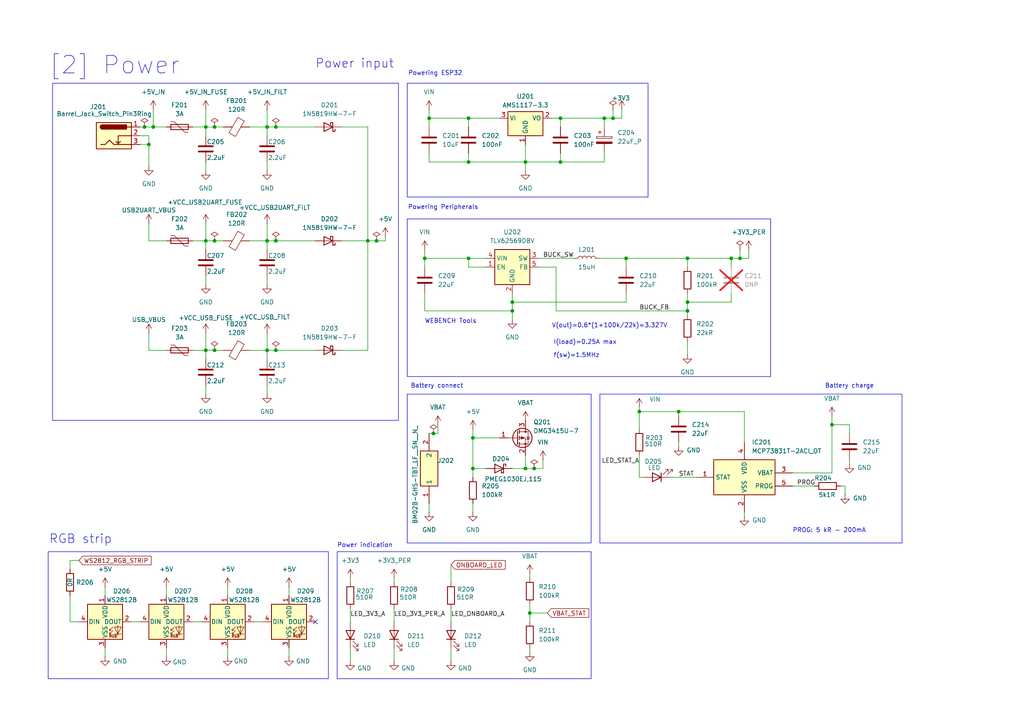
<source format=kicad_sch>
(kicad_sch (version 20250114) (generator "eeschema") (generator_version "9.0")
  (paper "A4")
  (rectangle (start 173.99 114.3) (end 261.62 157.48))
  (rectangle (start 118.11 63.5) (end 223.52 109.22))
  (rectangle (start 13.97 160.02) (end 95.25 196.85))
  (rectangle (start 118.11 24.13) (end 187.96 57.15))
  (rectangle (start 15.24 24.13) (end 115.57 121.92))
  (rectangle (start 97.79 160.02) (end 171.45 196.85))
  (rectangle (start 118.11 114.3) (end 171.45 157.48))
  (text "[2] Power" (at 33.274 19.05 0) (effects (font (size 5.08 5.08))))
  (text "Power indication" (at 97.79 158.242 0) (effects (font (size 1.27 1.27)) (justify left)))
  (text "RGB strip" (at 23.368 156.464 0) (effects (font (size 2.54 2.54))))
  (text "I(load)=0.25A max" (at 160.528 100.076 0) (effects (font (size 1.27 1.27)) (justify left bottom)))
  (text "Power input" (at 102.87 18.542 0) (effects (font (size 2.54 2.54))))
  (text "f(sw)=1.5MHz" (at 160.528 103.886 0) (effects (font (size 1.27 1.27)) (justify left bottom)))
  (text "Battery connect" (at 126.746 112.014 0) (effects (font (size 1.27 1.27))))
  (text "WEBENCH Tools" (at 123.19 93.98 0) (effects (font (size 1.27 1.27)) (justify left bottom)))
  (text "PROG: 5 kR - 200mA" (at 240.538 153.924 0) (effects (font (size 1.27 1.27))))
  (text "V(out)=0.6*(1+100k/22k)=3.327V" (at 160.02 95.25 0) (effects (font (size 1.27 1.27)) (justify left bottom)))
  (text "Powering ESP32" (at 126.238 21.336 0) (effects (font (size 1.27 1.27))))
  (text "Battery charge" (at 246.38 112.014 0) (effects (font (size 1.27 1.27))))
  (text "Powering Peripherals" (at 128.524 60.198 0) (effects (font (size 1.27 1.27))))
  (junction (at 125.73 125.73))
  (junction (at 162.56 46.99))
  (junction (at 62.23 101.6))
  (junction (at 106.68 69.85))
  (junction (at 109.22 69.85))
  (junction (at 59.69 69.85))
  (junction (at 62.23 36.83))
  (junction (at 123.19 74.93))
  (junction (at 137.16 127))
  (junction (at 199.39 74.93))
  (junction (at 177.8 34.29))
  (junction (at 137.16 135.89))
  (junction (at 152.4 46.99))
  (junction (at 175.26 34.29))
  (junction (at 62.23 69.85))
  (junction (at 154.94 135.89))
  (junction (at 135.89 34.29))
  (junction (at 214.63 74.93))
  (junction (at 44.45 36.83))
  (junction (at 77.47 101.6))
  (junction (at 80.01 36.83))
  (junction (at 43.18 41.91))
  (junction (at 199.39 87.63))
  (junction (at 135.89 46.99))
  (junction (at 135.89 74.93))
  (junction (at 80.01 69.85))
  (junction (at 124.46 34.29))
  (junction (at 41.91 36.83))
  (junction (at 59.69 101.6))
  (junction (at 241.3 123.19))
  (junction (at 199.39 90.17))
  (junction (at 152.4 135.89))
  (junction (at 77.47 69.85))
  (junction (at 148.59 87.63))
  (junction (at 196.85 119.38))
  (junction (at 162.56 34.29))
  (junction (at 77.47 36.83))
  (junction (at 148.59 90.17))
  (junction (at 59.69 36.83))
  (junction (at 153.67 177.8))
  (junction (at 212.09 74.93))
  (junction (at 185.42 119.38))
  (junction (at 80.01 101.6))
  (junction (at 181.61 74.93))
  (no_connect (at 91.44 180.34))
  (wire (pts (xy 59.69 80.01) (xy 59.69 82.55)))
  (wire (pts (xy 72.39 69.85) (xy 77.47 69.85)))
  (wire (pts (xy 246.38 125.73) (xy 246.38 123.19)))
  (wire (pts (xy 40.64 39.37) (xy 43.18 39.37)))
  (wire (pts (xy 77.47 36.83) (xy 80.01 36.83)))
  (wire (pts (xy 135.89 74.93) (xy 140.97 74.93)))
  (wire (pts (xy 43.18 39.37) (xy 43.18 41.91)))
  (wire (pts (xy 124.46 125.73) (xy 125.73 125.73)))
  (wire (pts (xy 199.39 99.06) (xy 199.39 102.87)))
  (wire (pts (xy 59.69 64.77) (xy 59.69 69.85)))
  (wire (pts (xy 99.06 69.85) (xy 106.68 69.85)))
  (wire (pts (xy 229.87 140.97) (xy 236.22 140.97)))
  (wire (pts (xy 77.47 36.83) (xy 77.47 39.37)))
  (wire (pts (xy 77.47 31.75) (xy 77.47 36.83)))
  (wire (pts (xy 59.69 96.52) (xy 59.69 101.6)))
  (wire (pts (xy 43.18 64.77) (xy 43.18 69.85)))
  (wire (pts (xy 59.69 31.75) (xy 59.69 36.83)))
  (wire (pts (xy 127 125.73) (xy 127 123.19)))
  (wire (pts (xy 185.42 132.08) (xy 185.42 138.43)))
  (wire (pts (xy 106.68 36.83) (xy 106.68 69.85)))
  (wire (pts (xy 175.26 36.83) (xy 175.26 34.29)))
  (wire (pts (xy 20.32 180.34) (xy 22.86 180.34)))
  (wire (pts (xy 153.67 166.37) (xy 153.67 167.64)))
  (wire (pts (xy 99.06 101.6) (xy 106.68 101.6)))
  (wire (pts (xy 101.6 187.96) (xy 101.6 191.77)))
  (wire (pts (xy 199.39 87.63) (xy 212.09 87.63)))
  (wire (pts (xy 175.26 44.45) (xy 175.26 46.99)))
  (wire (pts (xy 148.59 87.63) (xy 148.59 85.09)))
  (wire (pts (xy 66.04 170.18) (xy 66.04 172.72)))
  (wire (pts (xy 130.81 163.83) (xy 130.81 168.91)))
  (wire (pts (xy 62.23 36.83) (xy 64.77 36.83)))
  (wire (pts (xy 43.18 69.85) (xy 48.26 69.85)))
  (wire (pts (xy 20.32 162.56) (xy 22.86 162.56)))
  (wire (pts (xy 177.8 31.75) (xy 177.8 34.29)))
  (wire (pts (xy 214.63 74.93) (xy 214.63 72.39)))
  (wire (pts (xy 215.9 119.38) (xy 196.85 119.38)))
  (wire (pts (xy 199.39 90.17) (xy 199.39 91.44)))
  (wire (pts (xy 80.01 101.6) (xy 91.44 101.6)))
  (wire (pts (xy 175.26 34.29) (xy 162.56 34.29)))
  (wire (pts (xy 20.32 172.72) (xy 20.32 180.34)))
  (wire (pts (xy 59.69 46.99) (xy 59.69 49.53)))
  (wire (pts (xy 135.89 36.83) (xy 135.89 34.29)))
  (wire (pts (xy 196.85 119.38) (xy 185.42 119.38)))
  (wire (pts (xy 199.39 87.63) (xy 199.39 90.17)))
  (wire (pts (xy 66.04 187.96) (xy 66.04 190.5)))
  (wire (pts (xy 162.56 44.45) (xy 162.56 46.99)))
  (wire (pts (xy 217.17 74.93) (xy 217.17 72.39)))
  (wire (pts (xy 30.48 170.18) (xy 30.48 172.72)))
  (wire (pts (xy 55.88 101.6) (xy 59.69 101.6)))
  (wire (pts (xy 137.16 135.89) (xy 137.16 138.43)))
  (wire (pts (xy 241.3 123.19) (xy 246.38 123.19)))
  (wire (pts (xy 99.06 36.83) (xy 106.68 36.83)))
  (wire (pts (xy 80.01 69.85) (xy 91.44 69.85)))
  (wire (pts (xy 156.21 77.47) (xy 161.29 77.47)))
  (wire (pts (xy 62.23 101.6) (xy 64.77 101.6)))
  (wire (pts (xy 212.09 74.93) (xy 212.09 77.47)))
  (wire (pts (xy 241.3 137.16) (xy 241.3 123.19)))
  (wire (pts (xy 59.69 36.83) (xy 62.23 36.83)))
  (wire (pts (xy 153.67 177.8) (xy 158.75 177.8)))
  (wire (pts (xy 229.87 137.16) (xy 241.3 137.16)))
  (wire (pts (xy 125.73 125.73) (xy 127 125.73)))
  (wire (pts (xy 152.4 135.89) (xy 152.4 132.08)))
  (wire (pts (xy 148.59 92.71) (xy 148.59 90.17)))
  (wire (pts (xy 43.18 96.52) (xy 43.18 101.6)))
  (wire (pts (xy 185.42 118.11) (xy 185.42 119.38)))
  (wire (pts (xy 130.81 187.96) (xy 130.81 191.77)))
  (wire (pts (xy 101.6 176.53) (xy 101.6 180.34)))
  (wire (pts (xy 106.68 101.6) (xy 106.68 69.85)))
  (wire (pts (xy 77.47 101.6) (xy 80.01 101.6)))
  (wire (pts (xy 135.89 77.47) (xy 140.97 77.47)))
  (wire (pts (xy 80.01 36.83) (xy 91.44 36.83)))
  (wire (pts (xy 241.3 123.19) (xy 241.3 120.65)))
  (wire (pts (xy 111.76 69.85) (xy 109.22 69.85)))
  (wire (pts (xy 41.91 36.83) (xy 40.64 36.83)))
  (wire (pts (xy 111.76 68.58) (xy 111.76 69.85)))
  (wire (pts (xy 72.39 101.6) (xy 77.47 101.6)))
  (wire (pts (xy 124.46 44.45) (xy 124.46 46.99)))
  (wire (pts (xy 153.67 175.26) (xy 153.67 177.8)))
  (wire (pts (xy 157.48 135.89) (xy 154.94 135.89)))
  (wire (pts (xy 77.47 46.99) (xy 77.47 49.53)))
  (wire (pts (xy 123.19 74.93) (xy 135.89 74.93)))
  (wire (pts (xy 175.26 34.29) (xy 177.8 34.29)))
  (wire (pts (xy 217.17 74.93) (xy 214.63 74.93)))
  (wire (pts (xy 77.47 64.77) (xy 77.47 69.85)))
  (wire (pts (xy 41.91 36.83) (xy 44.45 36.83)))
  (wire (pts (xy 135.89 34.29) (xy 124.46 34.29)))
  (wire (pts (xy 199.39 74.93) (xy 212.09 74.93)))
  (wire (pts (xy 162.56 46.99) (xy 152.4 46.99)))
  (wire (pts (xy 148.59 135.89) (xy 152.4 135.89)))
  (wire (pts (xy 83.82 187.96) (xy 83.82 190.5)))
  (wire (pts (xy 59.69 101.6) (xy 62.23 101.6)))
  (wire (pts (xy 77.47 96.52) (xy 77.47 101.6)))
  (wire (pts (xy 154.94 135.89) (xy 152.4 135.89)))
  (wire (pts (xy 215.9 128.27) (xy 215.9 119.38)))
  (wire (pts (xy 135.89 34.29) (xy 144.78 34.29)))
  (wire (pts (xy 20.32 162.56) (xy 20.32 165.1)))
  (wire (pts (xy 212.09 85.09) (xy 212.09 87.63)))
  (wire (pts (xy 214.63 74.93) (xy 212.09 74.93)))
  (wire (pts (xy 215.9 148.59) (xy 215.9 149.86)))
  (wire (pts (xy 55.88 36.83) (xy 59.69 36.83)))
  (wire (pts (xy 153.67 187.96) (xy 153.67 189.23)))
  (wire (pts (xy 43.18 101.6) (xy 48.26 101.6)))
  (wire (pts (xy 181.61 85.09) (xy 181.61 87.63)))
  (wire (pts (xy 55.88 69.85) (xy 59.69 69.85)))
  (wire (pts (xy 243.84 140.97) (xy 245.11 140.97)))
  (wire (pts (xy 124.46 31.75) (xy 124.46 34.29)))
  (wire (pts (xy 137.16 124.46) (xy 137.16 127)))
  (wire (pts (xy 199.39 90.17) (xy 161.29 90.17)))
  (wire (pts (xy 109.22 69.85) (xy 106.68 69.85)))
  (wire (pts (xy 124.46 46.99) (xy 135.89 46.99)))
  (wire (pts (xy 40.64 41.91) (xy 43.18 41.91)))
  (wire (pts (xy 114.3 176.53) (xy 114.3 180.34)))
  (wire (pts (xy 137.16 127) (xy 137.16 135.89)))
  (wire (pts (xy 185.42 119.38) (xy 185.42 124.46)))
  (wire (pts (xy 72.39 36.83) (xy 77.47 36.83)))
  (wire (pts (xy 59.69 69.85) (xy 59.69 72.39)))
  (wire (pts (xy 196.85 128.27) (xy 196.85 129.54)))
  (wire (pts (xy 130.81 176.53) (xy 130.81 180.34)))
  (wire (pts (xy 55.88 180.34) (xy 58.42 180.34)))
  (wire (pts (xy 194.31 138.43) (xy 201.93 138.43)))
  (wire (pts (xy 157.48 133.35) (xy 157.48 135.89)))
  (wire (pts (xy 30.48 187.96) (xy 30.48 190.5)))
  (wire (pts (xy 124.46 34.29) (xy 124.46 36.83)))
  (wire (pts (xy 152.4 46.99) (xy 152.4 49.53)))
  (wire (pts (xy 148.59 90.17) (xy 123.19 90.17)))
  (wire (pts (xy 59.69 111.76) (xy 59.69 114.3)))
  (wire (pts (xy 153.67 177.8) (xy 153.67 180.34)))
  (wire (pts (xy 73.66 180.34) (xy 76.2 180.34)))
  (wire (pts (xy 59.69 69.85) (xy 62.23 69.85)))
  (wire (pts (xy 245.11 140.97) (xy 245.11 143.51)))
  (wire (pts (xy 199.39 77.47) (xy 199.39 74.93)))
  (wire (pts (xy 123.19 90.17) (xy 123.19 85.09)))
  (wire (pts (xy 43.18 41.91) (xy 43.18 48.26)))
  (wire (pts (xy 161.29 90.17) (xy 161.29 77.47)))
  (wire (pts (xy 38.1 180.34) (xy 40.64 180.34)))
  (wire (pts (xy 44.45 36.83) (xy 48.26 36.83)))
  (wire (pts (xy 137.16 146.05) (xy 137.16 148.59)))
  (wire (pts (xy 137.16 135.89) (xy 140.97 135.89)))
  (wire (pts (xy 173.99 74.93) (xy 181.61 74.93)))
  (wire (pts (xy 77.47 69.85) (xy 80.01 69.85)))
  (wire (pts (xy 123.19 72.39) (xy 123.19 74.93)))
  (wire (pts (xy 148.59 90.17) (xy 148.59 87.63)))
  (wire (pts (xy 152.4 41.91) (xy 152.4 46.99)))
  (wire (pts (xy 199.39 85.09) (xy 199.39 87.63)))
  (wire (pts (xy 196.85 119.38) (xy 196.85 120.65)))
  (wire (pts (xy 162.56 34.29) (xy 162.56 36.83)))
  (wire (pts (xy 123.19 77.47) (xy 123.19 74.93)))
  (wire (pts (xy 44.45 31.75) (xy 44.45 36.83)))
  (wire (pts (xy 246.38 133.35) (xy 246.38 134.62)))
  (wire (pts (xy 77.47 101.6) (xy 77.47 104.14)))
  (wire (pts (xy 124.46 146.05) (xy 124.46 148.59)))
  (wire (pts (xy 135.89 46.99) (xy 152.4 46.99)))
  (wire (pts (xy 101.6 167.64) (xy 101.6 168.91)))
  (wire (pts (xy 137.16 127) (xy 144.78 127)))
  (wire (pts (xy 48.26 170.18) (xy 48.26 172.72)))
  (wire (pts (xy 160.02 34.29) (xy 162.56 34.29)))
  (wire (pts (xy 59.69 36.83) (xy 59.69 39.37)))
  (wire (pts (xy 185.42 138.43) (xy 186.69 138.43)))
  (wire (pts (xy 48.26 187.96) (xy 48.26 190.5)))
  (wire (pts (xy 77.47 111.76) (xy 77.47 114.3)))
  (wire (pts (xy 114.3 167.64) (xy 114.3 168.91)))
  (wire (pts (xy 135.89 44.45) (xy 135.89 46.99)))
  (wire (pts (xy 77.47 69.85) (xy 77.47 72.39)))
  (wire (pts (xy 135.89 77.47) (xy 135.89 74.93)))
  (wire (pts (xy 177.8 34.29) (xy 180.34 34.29)))
  (wire (pts (xy 181.61 74.93) (xy 181.61 77.47)))
  (wire (pts (xy 62.23 69.85) (xy 64.77 69.85)))
  (wire (pts (xy 114.3 187.96) (xy 114.3 191.77)))
  (wire (pts (xy 181.61 87.63) (xy 148.59 87.63)))
  (wire (pts (xy 59.69 101.6) (xy 59.69 104.14)))
  (wire (pts (xy 162.56 46.99) (xy 175.26 46.99)))
  (wire (pts (xy 199.39 74.93) (xy 181.61 74.93)))
  (wire (pts (xy 83.82 170.18) (xy 83.82 172.72)))
  (wire (pts (xy 166.37 74.93) (xy 156.21 74.93)))
  (wire (pts (xy 180.34 31.75) (xy 180.34 34.29)))
  (wire (pts (xy 77.47 80.01) (xy 77.47 82.55)))
  (label "BUCK_FB" (at 185.42 90.17 0))
  (label "LED_3V3_A" (at 101.6 179.07 0))
  (label "STAT" (at 196.85 138.43 0))
  (label "PROG" (at 231.14 140.97 0))
  (label "LED_STAT_A" (at 185.42 134.62 180))
  (label "LED_3V3_PER_A" (at 114.3 179.07 0))
  (label "LED_ONBOARD_A" (at 130.81 179.07 0))
  (label "BUCK_SW" (at 157.48 74.93 0))
  (global_label "WS2812_RGB_STRIP" (shape input) (at 22.86 162.56 0) (property "Intersheetrefs" "${INTERSHEET_REFS}" (effects (hide yes))))
  (global_label "ONBOARD_LED" (shape input) (at 130.81 163.83 0) (property "Intersheetrefs" "${INTERSHEET_REFS}" (effects (hide yes))))
  (global_label "VBAT_STAT" (shape input) (at 158.75 177.8 0) (property "Intersheetrefs" "${INTERSHEET_REFS}" (effects (hide yes))))
  (symbol (lib_id "power:GND") (at 59.69 114.3 0) (mirror y) (unit 1)
    (property "Reference" "#PWR0223" (effects (hide yes)))
    (property "Value" "GND" (at 59.69 119.38 0))
    (property "Description" "Power symbol creates a global label with name \"GND\" , ground" (effects (hide yes)))
  )
  (symbol (lib_id "Device:LED") (at 101.6 184.15 90) (unit 1)
    (property "Reference" "D210" (at 105.41 184.4674 90) (effects (justify right)))
    (property "Value" "LED" (at 105.41 187.0074 90) (effects (justify right)))
    (property "Footprint" "LED_SMD:LED_0603_1608Metric" (effects (hide yes)))
    (property "Description" "Light emitting diode" (effects (hide yes)))
    (property "Sim.Pins" "1=K 2=A" (effects (hide yes)))
    (property "Manufacturer" "XINGLIGHT" (effects (hide yes)))
    (property "Manufacturer Part Number" "XL-1608SURC-06" (effects (hide yes)))
  )
  (symbol (lib_id "power:GND") (at 48.26 190.5 0) (unit 1)
    (property "Reference" "#PWR0243" (effects (hide yes)))
    (property "Value" "GND" (at 52.07 192.024 0))
    (property "Description" "Power symbol creates a global label with name \"GND\" , ground" (effects (hide yes)))
  )
  (symbol (lib_id "Regulator_Linear:AMS1117-3.3") (at 152.4 34.29 0) (unit 1)
    (property "Reference" "U201" (at 152.4 27.94 0))
    (property "Value" "AMS1117-3.3" (at 152.4 30.48 0))
    (property "Footprint" "Package_TO_SOT_SMD:SOT-223-3_TabPin2" (effects (hide yes)))
    (property "Datasheet" "http://www.advanced-monolithic.com/pdf/ds1117.pdf" (effects (hide yes)))
    (property "Description" "1A Low Dropout regulator, positive, 3.3V fixed output, SOT-223" (effects (hide yes)))
    (property "Manufacturer" "Advanced Monolithic Systems" (effects (hide yes)))
    (property "Manufacturer Part Number" "AMS1117-3.3" (effects (hide yes)))
  )
  (symbol (lib_id "power:PWR_FLAG") (at 62.23 36.83 0) (unit 1)
    (property "Reference" "#FLG0203" (effects (hide yes)))
    (property "Value" "PWR_FLAG" (effects (hide yes)))
    (property "Description" "Special symbol for telling ERC where power comes from" (effects (hide yes)))
  )
  (symbol (lib_id "power:PWR_FLAG") (at 214.63 72.39 0) (unit 1)
    (property "Reference" "#FLG0208" (effects (hide yes)))
    (property "Value" "PWR_FLAG" (effects (hide yes)))
    (property "Description" "Special symbol for telling ERC where power comes from" (effects (hide yes)))
  )
  (symbol (lib_name "VBUS_1") (lib_id "power:VBUS") (at 43.18 64.77 0) (unit 1)
    (property "Reference" "#PWR0210" (effects (hide yes)))
    (property "Value" "USB2UART_VBUS" (at 43.18 60.96 0))
    (property "Description" "Power symbol creates a global label with name \"VBUS\"" (effects (hide yes)))
  )
  (symbol (lib_id "LED:WS2812B") (at 30.48 180.34 0) (unit 1)
    (property "Reference" "D206" (at 35.306 171.45 0))
    (property "Value" "WS2812B" (at 35.306 173.99 0))
    (property "Footprint" "LED_SMD:LED_WS2812B_PLCC4_5.0x5.0mm_P3.2mm" (effects (hide yes)))
    (property "Datasheet" "https://cdn-shop.adafruit.com/datasheets/WS2812B.pdf" (effects (hide yes)))
    (property "Description" "RGB LED with integrated controller" (effects (hide yes)))
    (property "Manufacturer" "Worldsemi" (effects (hide yes)))
    (property "Manufacturer Part Number" "WS2812B-B/W" (effects (hide yes)))
  )
  (symbol (lib_id "power:+3.3V") (at 217.17 72.39 0) (unit 1)
    (property "Reference" "#PWR0215" (effects (hide yes)))
    (property "Value" "+3V3_PER" (at 217.17 67.31 0))
    (property "Description" "Power symbol creates a global label with name \"+3.3V\"" (effects (hide yes)))
  )
  (symbol (lib_id "power:+5V") (at 127 123.19 0) (mirror y) (unit 1)
    (property "Reference" "#PWR0227" (effects (hide yes)))
    (property "Value" "VBAT" (at 127 118.11 0))
    (property "Description" "Power symbol creates a global label with name \"+5V\"" (effects (hide yes)))
  )
  (symbol (lib_id "Device:R") (at 153.67 171.45 180) (unit 1)
    (property "Reference" "R210" (at 156.21 170.18 0) (effects (justify right)))
    (property "Value" "100kR" (at 156.21 172.72 0) (effects (justify right)))
    (property "Footprint" "Resistor_SMD:R_0402_1005Metric" (effects (hide yes)))
    (property "Manufacturer" "UNI-ROYAL(Uniroyal Elec)" (effects (hide yes)))
    (property "Manufacturer Part Number" "0402WGF1003TCE" (effects (hide yes)))
  )
  (symbol (lib_name "GND_5") (lib_id "power:GND") (at 199.39 102.87 0) (unit 1)
    (property "Reference" "#PWR0222" (effects (hide yes)))
    (property "Value" "GND" (at 199.39 107.95 0))
    (property "Description" "Power symbol creates a global label with name \"GND\" , ground" (effects (hide yes)))
  )
  (symbol (lib_id "Transistor_FET:AO3401A") (at 149.86 127 0) (unit 1)
    (property "Reference" "Q201" (at 154.686 122.428 0) (effects (justify left)))
    (property "Value" "DMG3415U-7" (at 154.686 124.968 0) (effects (justify left)))
    (property "Footprint" "Package_TO_SOT_SMD:SOT-23" (effects (hide yes)))
    (property "Datasheet" "https://www.lcsc.com/datasheet/C96616.pdf" (effects (hide yes)))
    (property "Description" "20V 4A 42.5mΩ@4.5V,4A 900mW 1V 1 P-Channel SOT-23 Single FETs, MOSFETs ROHS" (effects (hide yes)))
    (property "Manufacturer" "DIODES" (effects (hide yes)))
    (property "Manufacturer Part Number" "DMG3415U-7" (effects (hide yes)))
  )
  (symbol (lib_id "LED:WS2812B") (at 66.04 180.34 0) (unit 1)
    (property "Reference" "D208" (at 70.866 171.45 0))
    (property "Value" "WS2812B" (at 70.866 173.99 0))
    (property "Footprint" "LED_SMD:LED_WS2812B_PLCC4_5.0x5.0mm_P3.2mm" (effects (hide yes)))
    (property "Datasheet" "https://cdn-shop.adafruit.com/datasheets/WS2812B.pdf" (effects (hide yes)))
    (property "Description" "RGB LED with integrated controller" (effects (hide yes)))
    (property "Manufacturer" "Worldsemi" (effects (hide yes)))
    (property "Manufacturer Part Number" "WS2812B-B/W" (effects (hide yes)))
  )
  (symbol (lib_id "Device:C") (at 123.19 81.28 0) (unit 1)
    (property "Reference" "C209" (at 127 80.01 0) (effects (justify left)))
    (property "Value" "22uF" (at 127 82.55 0) (effects (justify left)))
    (property "Footprint" "Capacitor_SMD:C_0603_1608Metric" (effects (hide yes)))
    (property "Manufacturer" "Samsung Electro-Mechanics" (effects (hide yes)))
    (property "Manufacturer Part Number" "CL10A226MP8NUNE" (effects (hide yes)))
  )
  (symbol (lib_id "Device:R") (at 185.42 128.27 180) (unit 1)
    (property "Reference" "R203" (at 189.738 127 0))
    (property "Value" "510R" (at 189.484 128.778 0))
    (property "Footprint" "Resistor_SMD:R_0402_1005Metric" (effects (hide yes)))
    (property "Description" "Resistor" (effects (hide yes)))
    (property "Manufacturer" "UNI-ROYAL(Uniroyal Elec)" (effects (hide yes)))
    (property "Manufacturer Part Number" "0402WGF5100TCE" (effects (hide yes)))
  )
  (symbol (lib_id "power:GND") (at 101.6 191.77 0) (unit 1)
    (property "Reference" "#PWR0246" (effects (hide yes)))
    (property "Value" "GND" (at 105.664 193.802 0))
    (property "Description" "Power symbol creates a global label with name \"GND\" , ground" (effects (hide yes)))
  )
  (symbol (lib_id "Device:C") (at 124.46 40.64 0) (unit 1)
    (property "Reference" "C201" (at 128.27 39.3699 0) (effects (justify left)))
    (property "Value" "10uF" (at 128.27 41.9099 0) (effects (justify left)))
    (property "Footprint" "Capacitor_SMD:C_0603_1608Metric" (effects (hide yes)))
    (property "Description" "Unpolarized capacitor" (effects (hide yes)))
    (property "Manufacturer" "Samsung Electro-Mechanics" (effects (hide yes)))
    (property "Manufacturer Part Number" "CL10A106KP8NNNC" (effects (hide yes)))
  )
  (symbol (lib_id "Device:C") (at 77.47 76.2 0) (unit 1)
    (property "Reference" "C208" (at 77.724 74.168 0) (effects (justify left)))
    (property "Value" "2.2uF" (at 77.724 78.74 0) (effects (justify left)))
    (property "Footprint" "Capacitor_SMD:C_0603_1608Metric" (effects (hide yes)))
    (property "Description" "Unpolarized capacitor" (effects (hide yes)))
    (property "Manufacturer" "Samsung Electro-Mechanics" (effects (hide yes)))
    (property "Manufacturer Part Number" "CL10A225KO8NNNC" (effects (hide yes)))
  )
  (symbol (lib_id "power:GND") (at 59.69 49.53 0) (mirror y) (unit 1)
    (property "Reference" "#PWR0207" (effects (hide yes)))
    (property "Value" "GND" (at 59.69 54.61 0))
    (property "Description" "Power symbol creates a global label with name \"GND\" , ground" (effects (hide yes)))
  )
  (symbol (lib_id "Device:R") (at 199.39 95.25 180) (unit 1)
    (property "Reference" "R202" (at 201.93 93.98 0) (effects (justify right)))
    (property "Value" "22kR" (at 201.93 96.52 0) (effects (justify right)))
    (property "Footprint" "Resistor_SMD:R_0402_1005Metric" (effects (hide yes)))
    (property "Manufacturer" "UNI-ROYAL(Uniroyal Elec)" (effects (hide yes)))
    (property "Manufacturer Part Number" "0402WGF2202TCE" (effects (hide yes)))
  )
  (symbol (lib_id "power:PWR_FLAG") (at 154.94 135.89 0) (unit 1)
    (property "Reference" "#FLG0212" (effects (hide yes)))
    (property "Value" "PWR_FLAG" (effects (hide yes)))
    (property "Description" "Special symbol for telling ERC where power comes from" (effects (hide yes)))
  )
  (symbol (lib_id "power:+5V") (at 123.19 72.39 0) (mirror y) (unit 1)
    (property "Reference" "#PWR0214" (effects (hide yes)))
    (property "Value" "VIN" (at 123.19 67.31 0))
    (property "Description" "Power symbol creates a global label with name \"+5V\"" (effects (hide yes)))
  )
  (symbol (lib_id "Device:R") (at 240.03 140.97 90) (unit 1)
    (property "Reference" "R204" (at 241.3 138.684 90) (effects (justify left)))
    (property "Value" "5k1R" (at 242.316 143.51 90) (effects (justify left)))
    (property "Footprint" "Resistor_SMD:R_0402_1005Metric" (effects (hide yes)))
    (property "LCSC link" "https://www.lcsc.com/product-detail/Chip-Resistor-Surface-Mount_UNI-ROYAL-Uniroyal-Elec-0402WGF5101TCE_C25905.html" (effects (hide yes)))
    (property "Manufacturer" "UNI-ROYAL(Uniroyal Elec)" (effects (hide yes)))
    (property "Manufacturer Part Number" "0402WGF5101TCE" (effects (hide yes)))
  )
  (symbol (lib_id "power:+5V") (at 77.47 31.75 0) (unit 1)
    (property "Reference" "#PWR0203" (effects (hide yes)))
    (property "Value" "+5V_IN_FILT" (at 77.47 26.67 0))
    (property "Description" "Power symbol creates a global label with name \"+5V\"" (effects (hide yes)))
  )
  (symbol (lib_id "power:GND") (at 77.47 49.53 0) (mirror y) (unit 1)
    (property "Reference" "#PWR0208" (effects (hide yes)))
    (property "Value" "GND" (at 77.47 54.61 0))
    (property "Description" "Power symbol creates a global label with name \"GND\" , ground" (effects (hide yes)))
  )
  (symbol (lib_id "Connector:Barrel_Jack_Switch_Pin3Ring") (at 33.02 39.37 0) (unit 1)
    (property "Reference" "J201" (at 28.448 30.988 0))
    (property "Value" "Barrel_Jack_Switch_Pin3Ring" (at 30.226 33.02 0))
    (property "Footprint" "Connector_BarrelJack:BarrelJack_GCT_DCJ200-10-A_Horizontal" (effects (hide yes)))
    (property "Datasheet" "https://www.lcsc.com/datasheet/lcsc_datasheet_2501101719_SHOU-HAN-DC005_C431533.pdf" (effects (hide yes)))
    (property "Description" "DC Barrel Jack with an internal switch" (effects (hide yes)))
    (property "Manufacturer" "SHOU HAN" (effects (hide yes)))
    (property "Manufacturer Part Number" "DC005" (effects (hide yes)))
  )
  (symbol (lib_id "power:GND") (at 215.9 149.86 0) (mirror y) (unit 1)
    (property "Reference" "#PWR0235" (effects (hide yes)))
    (property "Value" "GND" (at 220.218 150.876 0))
    (property "Description" "Power symbol creates a global label with name \"GND\" , ground" (effects (hide yes)))
  )
  (symbol (lib_id "power:+5V") (at 59.69 96.52 0) (unit 1)
    (property "Reference" "#PWR0220" (effects (hide yes)))
    (property "Value" "+VCC_USB_FUSE" (at 59.69 92.202 0))
    (property "Description" "Power symbol creates a global label with name \"+5V\"" (effects (hide yes)))
  )
  (symbol (lib_id "Device:C") (at 196.85 124.46 0) (unit 1)
    (property "Reference" "C214" (at 200.66 123.19 0) (effects (justify left)))
    (property "Value" "22uF" (at 200.66 125.73 0) (effects (justify left)))
    (property "Footprint" "Capacitor_SMD:C_0603_1608Metric" (effects (hide yes)))
    (property "Manufacturer" "Samsung Electro-Mechanics" (effects (hide yes)))
    (property "Manufacturer Part Number" "CL10A226MP8NUNE" (effects (hide yes)))
  )
  (symbol (lib_id "power:GND") (at 245.11 143.51 0) (mirror y) (unit 1)
    (property "Reference" "#PWR0232" (effects (hide yes)))
    (property "Value" "GND" (at 249.428 144.526 0))
    (property "Description" "Power symbol creates a global label with name \"GND\" , ground" (effects (hide yes)))
  )
  (symbol (lib_id "power:+5V") (at 83.82 170.18 0) (mirror y) (unit 1)
    (property "Reference" "#PWR0241" (effects (hide yes)))
    (property "Value" "+5V" (at 83.82 165.1 0))
    (property "Description" "Power symbol creates a global label with name \"+5V\"" (effects (hide yes)))
  )
  (symbol (lib_id "Regulator_Switching:TLV62569DBV") (at 148.59 77.47 0) (unit 1)
    (property "Reference" "U202" (at 148.59 67.31 0))
    (property "Value" "TLV62569DBV" (at 148.59 69.85 0))
    (property "Footprint" "Package_TO_SOT_SMD:SOT-23-5" (effects (hide yes)))
    (property "Datasheet" "http://www.ti.com/lit/ds/symlink/tlv62569.pdf" (effects (hide yes)))
    (property "Manufacturer" "Texas Instruments" (effects (hide yes)))
    (property "Manufacturer Part Number" "TLV62569DBVR" (effects (hide yes)))
  )
  (symbol (lib_id "Device:C") (at 77.47 43.18 0) (unit 1)
    (property "Reference" "C206" (at 77.724 41.148 0) (effects (justify left)))
    (property "Value" "2.2uF" (at 77.724 45.72 0) (effects (justify left)))
    (property "Footprint" "Capacitor_SMD:C_0603_1608Metric" (effects (hide yes)))
    (property "Description" "Unpolarized capacitor" (effects (hide yes)))
    (property "Manufacturer" "Samsung Electro-Mechanics" (effects (hide yes)))
    (property "Manufacturer Part Number" "CL10A225KO8NNNC" (effects (hide yes)))
  )
  (symbol (lib_id "power:GND") (at 246.38 134.62 0) (mirror y) (unit 1)
    (property "Reference" "#PWR0251" (effects (hide yes)))
    (property "Value" "GND" (at 250.698 135.636 0))
    (property "Description" "Power symbol creates a global label with name \"GND\" , ground" (effects (hide yes)))
  )
  (symbol (lib_id "power:+5V") (at 59.69 31.75 0) (unit 1)
    (property "Reference" "#PWR0202" (effects (hide yes)))
    (property "Value" "+5V_IN_FUSE" (at 59.69 26.67 0))
    (property "Description" "Power symbol creates a global label with name \"+5V\"" (effects (hide yes)))
  )
  (symbol (lib_id "Device:C_Polarized") (at 175.26 40.64 0) (unit 1)
    (property "Reference" "C204" (at 179.07 38.4809 0) (effects (justify left)))
    (property "Value" "22uF_P" (at 179.07 41.0209 0) (effects (justify left)))
    (property "Footprint" "Capacitor_Tantalum_SMD:CP_EIA-3216-18_Kemet-A" (effects (hide yes)))
    (property "Description" "Polarized capacitor" (effects (hide yes)))
    (property "Manufacturer" "Kyocera AVX" (effects (hide yes)))
    (property "Manufacturer Part Number" "TAJA226K010RNJ" (effects (hide yes)))
  )
  (symbol (lib_id "Device:Polyfuse") (at 52.07 101.6 90) (mirror x) (unit 1)
    (property "Reference" "F203" (at 52.07 95.25 90))
    (property "Value" "3A" (at 52.07 97.79 90))
    (property "Footprint" "Fuse:Fuse_0805_2012Metric" (effects (hide yes)))
    (property "Description" "Resettable fuse, polymeric positive temperature coefficient" (effects (hide yes)))
    (property "Manufacturer" "BHFUSE" (effects (hide yes)))
    (property "Manufacturer Part Number" "BSMD0805-100-6V" (effects (hide yes)))
  )
  (symbol (lib_id "power:GND") (at 77.47 114.3 0) (mirror y) (unit 1)
    (property "Reference" "#PWR0224" (effects (hide yes)))
    (property "Value" "GND" (at 77.47 119.38 0))
    (property "Description" "Power symbol creates a global label with name \"GND\" , ground" (effects (hide yes)))
  )
  (symbol (lib_id "power:PWR_FLAG") (at 80.01 69.85 0) (unit 1)
    (property "Reference" "#FLG0206" (effects (hide yes)))
    (property "Value" "PWR_FLAG" (effects (hide yes)))
    (property "Description" "Special symbol for telling ERC where power comes from" (effects (hide yes)))
  )
  (symbol (lib_id "power:+5V") (at 77.47 96.52 0) (unit 1)
    (property "Reference" "#PWR0221" (effects (hide yes)))
    (property "Value" "+VCC_USB_FILT" (at 69.342 91.948 0) (effects (justify left)))
    (property "Description" "Power symbol creates a global label with name \"+5V\"" (effects (hide yes)))
  )
  (symbol (lib_id "Device:L") (at 170.18 74.93 90) (unit 1)
    (property "Reference" "L201" (at 170.18 72.39 90))
    (property "Value" "15uH" (at 170.18 77.47 90))
    (property "Footprint" "esp32_s3_weather_webserver:MWSA0603S" (effects (hide yes)))
    (property "Manufacturer" "SHOU HAN" (effects (hide yes)))
    (property "Manufacturer Part Number" "CYA0630-15UH" (effects (hide yes)))
  )
  (symbol (lib_id "Device:FerriteBead") (at 68.58 69.85 270) (unit 1)
    (property "Reference" "FB202" (at 68.6308 62.23 90))
    (property "Value" "120R" (at 68.6308 64.77 90))
    (property "Footprint" "Fuse:Fuse_0603_1608Metric" (effects (hide yes)))
    (property "Description" "Ferrite bead" (effects (hide yes)))
    (property "Manufacturer" "muRata" (effects (hide yes)))
    (property "Manufacturer Part Number" "BLM18PG121SN1D" (effects (hide yes)))
  )
  (symbol (lib_id "power:GND") (at 83.82 190.5 0) (unit 1)
    (property "Reference" "#PWR0245" (effects (hide yes)))
    (property "Value" "GND" (at 87.884 191.77 0))
    (property "Description" "Power symbol creates a global label with name \"GND\" , ground" (effects (hide yes)))
  )
  (symbol (lib_id "Device:R") (at 114.3 172.72 180) (unit 1)
    (property "Reference" "R208" (at 118.618 170.942 0))
    (property "Value" "510R" (at 118.364 173.228 0))
    (property "Footprint" "Resistor_SMD:R_0402_1005Metric" (effects (hide yes)))
    (property "Description" "Resistor" (effects (hide yes)))
    (property "Manufacturer" "UNI-ROYAL(Uniroyal Elec)" (effects (hide yes)))
    (property "Manufacturer Part Number" "0402WGF5100TCE" (effects (hide yes)))
  )
  (symbol (lib_id "Device:FerriteBead") (at 68.58 101.6 270) (unit 1)
    (property "Reference" "FB203" (at 68.6308 93.98 90))
    (property "Value" "120R" (at 68.6308 96.52 90))
    (property "Footprint" "Fuse:Fuse_0603_1608Metric" (effects (hide yes)))
    (property "Description" "Ferrite bead" (effects (hide yes)))
    (property "Manufacturer" "muRata" (effects (hide yes)))
    (property "Manufacturer Part Number" "BLM18PG121SN1D" (effects (hide yes)))
  )
  (symbol (lib_id "power:VBUS") (at 43.18 96.52 0) (unit 1)
    (property "Reference" "#PWR0219" (effects (hide yes)))
    (property "Value" "USB_VBUS" (at 43.18 92.71 0))
    (property "Description" "Power symbol creates a global label with name \"VBUS\"" (effects (hide yes)))
  )
  (symbol (lib_id "power:GND") (at 77.47 82.55 0) (mirror y) (unit 1)
    (property "Reference" "#PWR0217" (effects (hide yes)))
    (property "Value" "GND" (at 77.47 87.63 0))
    (property "Description" "Power symbol creates a global label with name \"GND\" , ground" (effects (hide yes)))
  )
  (symbol (lib_id "power:GND") (at 43.18 48.26 0) (mirror y) (unit 1)
    (property "Reference" "#PWR0206" (effects (hide yes)))
    (property "Value" "GND" (at 43.18 53.34 0))
    (property "Description" "Power symbol creates a global label with name \"GND\" , ground" (effects (hide yes)))
  )
  (symbol (lib_id "power:PWR_FLAG") (at 80.01 36.83 0) (unit 1)
    (property "Reference" "#FLG0204" (effects (hide yes)))
    (property "Value" "PWR_FLAG" (effects (hide yes)))
    (property "Description" "Special symbol for telling ERC where power comes from" (effects (hide yes)))
  )
  (symbol (lib_id "power:+5V") (at 101.6 167.64 0) (unit 1)
    (property "Reference" "#PWR0236" (effects (hide yes)))
    (property "Value" "+3V3" (at 101.6 162.56 0))
    (property "Description" "Power symbol creates a global label with name \"+5V\"" (effects (hide yes)))
  )
  (symbol (lib_id "power:PWR_FLAG") (at 62.23 101.6 0) (unit 1)
    (property "Reference" "#FLG0209" (effects (hide yes)))
    (property "Value" "PWR_FLAG" (effects (hide yes)))
    (property "Description" "Special symbol for telling ERC where power comes from" (effects (hide yes)))
  )
  (symbol (lib_id "Device:LED") (at 114.3 184.15 90) (unit 1)
    (property "Reference" "D211" (at 118.11 184.4674 90) (effects (justify right)))
    (property "Value" "LED" (at 118.11 187.0074 90) (effects (justify right)))
    (property "Footprint" "LED_SMD:LED_0603_1608Metric" (effects (hide yes)))
    (property "Description" "Light emitting diode" (effects (hide yes)))
    (property "Sim.Pins" "1=K 2=A" (effects (hide yes)))
    (property "Manufacturer" "XINGLIGHT" (effects (hide yes)))
    (property "Manufacturer Part Number" "XL-1608SURC-06" (effects (hide yes)))
  )
  (symbol (lib_id "power:GND") (at 130.81 191.77 0) (unit 1)
    (property "Reference" "#PWR0248" (effects (hide yes)))
    (property "Value" "GND" (at 134.874 193.802 0))
    (property "Description" "Power symbol creates a global label with name \"GND\" , ground" (effects (hide yes)))
  )
  (symbol (lib_id "power:+5V") (at 241.3 120.65 0) (mirror y) (unit 1)
    (property "Reference" "#PWR0231" (effects (hide yes)))
    (property "Value" "VBAT" (at 241.3 115.57 0))
    (property "Description" "Power symbol creates a global label with name \"+5V\"" (effects (hide yes)))
  )
  (symbol (lib_id "power:+5V") (at 59.69 64.77 0) (unit 1)
    (property "Reference" "#PWR0211" (effects (hide yes)))
    (property "Value" "+VCC_USB2UART_FUSE" (at 59.436 58.674 0))
    (property "Description" "Power symbol creates a global label with name \"+5V\"" (effects (hide yes)))
  )
  (symbol (lib_id "Device:R") (at 20.32 168.91 180) (unit 1)
    (property "Reference" "R206" (at 24.638 168.91 0))
    (property "Value" "0R" (at 20.32 168.91 90))
    (property "Footprint" "Resistor_SMD:R_0805_2012Metric" (effects (hide yes)))
    (property "Description" "Resistor" (effects (hide yes)))
    (property "Manufacturer" "UNI-ROYAL(Uniroyal Elec)" (effects (hide yes)))
    (property "Manufacturer Part Number" "0805W8F0000T5E" (effects (hide yes)))
  )
  (symbol (lib_id "power:PWR_FLAG") (at 177.8 31.75 0) (unit 1)
    (property "Reference" "#FLG0201" (effects (hide yes)))
    (property "Value" "PWR_FLAG" (effects (hide yes)))
    (property "Description" "Special symbol for telling ERC where power comes from" (effects (hide yes)))
  )
  (symbol (lib_id "power:PWR_FLAG") (at 62.23 69.85 0) (unit 1)
    (property "Reference" "#FLG0205" (effects (hide yes)))
    (property "Value" "PWR_FLAG" (effects (hide yes)))
    (property "Description" "Special symbol for telling ERC where power comes from" (effects (hide yes)))
  )
  (symbol (lib_id "power:+5V") (at 137.16 124.46 0) (mirror y) (unit 1)
    (property "Reference" "#PWR0228" (effects (hide yes)))
    (property "Value" "+5V" (at 137.16 119.38 0))
    (property "Description" "Power symbol creates a global label with name \"+5V\"" (effects (hide yes)))
  )
  (symbol (lib_id "power:+5V") (at 77.47 64.77 0) (unit 1)
    (property "Reference" "#PWR0212" (effects (hide yes)))
    (property "Value" "+VCC_USB2UART_FILT" (at 69.342 60.198 0) (effects (justify left)))
    (property "Description" "Power symbol creates a global label with name \"+5V\"" (effects (hide yes)))
  )
  (symbol (lib_id "power:PWR_FLAG") (at 41.91 36.83 0) (unit 1)
    (property "Reference" "#FLG0202" (effects (hide yes)))
    (property "Value" "PWR_FLAG" (effects (hide yes)))
    (property "Description" "Special symbol for telling ERC where power comes from" (effects (hide yes)))
  )
  (symbol (lib_id "esp32_s3_weather_webserver:BM02B-GHS-TBT_LF__SN__N_") (at 121.92 140.97 90) (unit 1)
    (property "Reference" "J202" (at 129.286 133.604 90))
    (property "Value" "BM02B-GHS-TBT_LF__SN__N_" (at 120.396 137.668 0))
    (property "Footprint" "esp32_s3_weather_webserver:BM02B-GHS-TBT_1" (effects (hide yes)))
    (property "Datasheet" "http://www.jst-mfg.com/product/pdf/eng/eGH.pdf" (effects (hide yes)))
    (property "Description" "CONN HEADER GH TOP 2POS 1.25MM" (effects (hide yes)))
    (property "Manufacturer_Name" "JST (JAPAN SOLDERLESS TERMINALS)" (effects (hide yes)))
    (property "Manufacturer_Part_Number" "BM02B-GHS-TBT(LF)(SN)(N)" (effects (hide yes)))
    (property "Arrow Part Number" "BM02B-GHS-TBT(LF)(SN)(N)" (effects (hide yes)))
    (property "Arrow Price/Stock" "https://www.arrow.com/en/products/bm02b-ghs-tbt-lf-sn-n/jst-manufacturing?region=nac" (effects (hide yes)))
    (property "Manufacturer" "JST" (effects (hide yes)))
    (property "Manufacturer Part Number" "BM02B-GHS-TBT(LF)(SN)(N)" (effects (hide yes)))
  )
  (symbol (lib_id "Device:FerriteBead") (at 68.58 36.83 270) (unit 1)
    (property "Reference" "FB201" (at 68.6308 29.21 90))
    (property "Value" "120R" (at 68.6308 31.75 90))
    (property "Footprint" "Fuse:Fuse_0603_1608Metric" (effects (hide yes)))
    (property "Description" "Ferrite bead" (effects (hide yes)))
    (property "Manufacturer" "muRata" (effects (hide yes)))
    (property "Manufacturer Part Number" "BLM18PG121SN1D" (effects (hide yes)))
  )
  (symbol (lib_name "GND_2") (lib_id "power:GND") (at 148.59 92.71 0) (unit 1)
    (property "Reference" "#PWR0218" (effects (hide yes)))
    (property "Value" "GND" (at 148.59 97.79 0))
    (property "Description" "Power symbol creates a global label with name \"GND\" , ground" (effects (hide yes)))
  )
  (symbol (lib_id "Device:C") (at 246.38 129.54 0) (unit 1)
    (property "Reference" "C215" (at 250.19 128.27 0) (effects (justify left)))
    (property "Value" "22uF" (at 250.19 130.81 0) (effects (justify left)))
    (property "Footprint" "Capacitor_SMD:C_0603_1608Metric" (effects (hide yes)))
    (property "Manufacturer" "Samsung Electro-Mechanics" (effects (hide yes)))
    (property "Manufacturer Part Number" "CL10A226MP8NUNE" (effects (hide yes)))
  )
  (symbol (lib_id "power:PWR_FLAG") (at 80.01 101.6 0) (unit 1)
    (property "Reference" "#FLG0210" (effects (hide yes)))
    (property "Value" "PWR_FLAG" (effects (hide yes)))
    (property "Description" "Special symbol for telling ERC where power comes from" (effects (hide yes)))
  )
  (symbol (lib_id "power:+5V") (at 152.4 121.92 0) (mirror y) (unit 1)
    (property "Reference" "#PWR0226" (effects (hide yes)))
    (property "Value" "VBAT" (at 152.4 116.84 0))
    (property "Description" "Power symbol creates a global label with name \"+5V\"" (effects (hide yes)))
  )
  (symbol (lib_id "power:+5V") (at 111.76 68.58 0) (mirror y) (unit 1)
    (property "Reference" "#PWR0213" (effects (hide yes)))
    (property "Value" "+5V" (at 111.76 63.5 0))
    (property "Description" "Power symbol creates a global label with name \"+5V\"" (effects (hide yes)))
  )
  (symbol (lib_id "power:+3.3V") (at 114.3 167.64 0) (unit 1)
    (property "Reference" "#PWR0237" (effects (hide yes)))
    (property "Value" "+3V3_PER" (at 114.3 162.56 0))
    (property "Description" "Power symbol creates a global label with name \"+3.3V\"" (effects (hide yes)))
  )
  (symbol (lib_id "power:GND") (at 124.46 148.59 0) (mirror y) (unit 1)
    (property "Reference" "#PWR0233" (effects (hide yes)))
    (property "Value" "GND" (at 124.46 153.67 0))
    (property "Description" "Power symbol creates a global label with name \"GND\" , ground" (effects (hide yes)))
  )
  (symbol (lib_id "esp32_s3_weather_webserver:MCP73831T-2ACI_OT") (at 207.01 133.35 0) (unit 1)
    (property "Reference" "IC201" (at 218.0433 128.27 0) (effects (justify left)))
    (property "Value" "MCP73831T-2ACI_OT" (at 218.0433 130.81 0) (effects (justify left)))
    (property "Footprint" "esp32_s3_weather_webserver:SOT95P270X145-5N" (effects (hide yes)))
    (property "Datasheet" "http://ww1.microchip.com/downloads/en/DeviceDoc/20001984g.pdf" (effects (hide yes)))
    (property "Description" "Li-Ion Charge Controller 4.2V SOT23-5" (effects (hide yes)))
    (property "Height" "1.45" (effects (hide yes)))
    (property "Manufacturer_Name" "Microchip" (effects (hide yes)))
    (property "Manufacturer_Part_Number" "MCP73831T-2ACI/OT" (effects (hide yes)))
    (property "Mouser Part Number" "579-MCP73831T-2ACIOT" (effects (hide yes)))
    (property "Mouser Price/Stock" "https://www.mouser.co.uk/ProductDetail/Microchip-Technology/MCP73831T-2ACI-OT?qs=yUQqVecv4qvbBQBGbHx0Mw%3D%3D" (effects (hide yes)))
    (property "Arrow Part Number" "MCP73831T-2ACI/OT" (effects (hide yes)))
    (property "Arrow Price/Stock" "https://www.arrow.com/en/products/mcp73831t-2aciot/microchip-technology?utm_currency=USD&region=nac" (effects (hide yes)))
    (property "Manufacturer" "MICROCHIP" (effects (hide yes)))
    (property "Manufacturer Part Number" "MCP73831T-2ACI/OT" (effects (hide yes)))
  )
  (symbol (lib_id "Device:D_Schottky") (at 95.25 101.6 180) (unit 1)
    (property "Reference" "D203" (at 95.5675 95.25 0))
    (property "Value" "1N5819HW-7-F" (at 95.5675 97.79 0))
    (property "Footprint" "Diode_SMD:D_SOD-123" (effects (hide yes)))
    (property "Description" "Schottky diode" (effects (hide yes)))
    (property "Manufacturer" "DIODES" (effects (hide yes)))
    (property "Manufacturer Part Number" "1N5819HW-7-F" (effects (hide yes)))
  )
  (symbol (lib_id "power:GND") (at 137.16 148.59 0) (mirror y) (unit 1)
    (property "Reference" "#PWR0234" (effects (hide yes)))
    (property "Value" "GND" (at 137.16 153.67 0))
    (property "Description" "Power symbol creates a global label with name \"GND\" , ground" (effects (hide yes)))
  )
  (symbol (lib_id "power:PWR_FLAG") (at 125.73 125.73 0) (unit 1)
    (property "Reference" "#FLG0211" (effects (hide yes)))
    (property "Value" "PWR_FLAG" (effects (hide yes)))
    (property "Description" "Special symbol for telling ERC where power comes from" (effects (hide yes)))
  )
  (symbol (lib_id "Device:Polyfuse") (at 52.07 36.83 90) (mirror x) (unit 1)
    (property "Reference" "F201" (at 52.07 30.48 90))
    (property "Value" "3A" (at 52.07 33.02 90))
    (property "Footprint" "Fuse:Fuse_0805_2012Metric" (effects (hide yes)))
    (property "Description" "Resettable fuse, polymeric positive temperature coefficient" (effects (hide yes)))
    (property "Manufacturer" "BHFUSE" (effects (hide yes)))
    (property "Manufacturer Part Number" "BSMD0805-100-6V" (effects (hide yes)))
  )
  (symbol (lib_id "power:GND") (at 66.04 190.5 0) (unit 1)
    (property "Reference" "#PWR0244" (effects (hide yes)))
    (property "Value" "GND" (at 69.85 191.77 0))
    (property "Description" "Power symbol creates a global label with name \"GND\" , ground" (effects (hide yes)))
  )
  (symbol (lib_id "Device:LED") (at 190.5 138.43 180) (unit 1)
    (property "Reference" "D205" (at 189.484 133.858 0))
    (property "Value" "LED" (at 189.738 135.636 0))
    (property "Footprint" "LED_SMD:LED_0603_1608Metric" (effects (hide yes)))
    (property "Description" "Light emitting diode" (effects (hide yes)))
    (property "Sim.Pins" "1=K 2=A" (effects (hide yes)))
    (property "Manufacturer" "XINGLIGHT" (effects (hide yes)))
    (property "Manufacturer Part Number" "XL-1608SURC-06" (effects (hide yes)))
  )
  (symbol (lib_name "GND_2") (lib_id "power:GND") (at 152.4 49.53 0) (unit 1)
    (property "Reference" "#PWR0209" (effects (hide yes)))
    (property "Value" "GND" (at 152.4 54.61 0))
    (property "Description" "Power symbol creates a global label with name \"GND\" , ground" (effects (hide yes)))
  )
  (symbol (lib_id "power:+5V") (at 153.67 166.37 0) (mirror y) (unit 1)
    (property "Reference" "#PWR0249" (effects (hide yes)))
    (property "Value" "VBAT" (at 153.67 161.29 0))
    (property "Description" "Power symbol creates a global label with name \"+5V\"" (effects (hide yes)))
  )
  (symbol (lib_id "power:GND") (at 153.67 189.23 0) (mirror y) (unit 1)
    (property "Reference" "#PWR0250" (effects (hide yes)))
    (property "Value" "GND" (at 153.67 194.31 0))
    (property "Description" "Power symbol creates a global label with name \"GND\" , ground" (effects (hide yes)))
  )
  (symbol (lib_id "Device:R") (at 101.6 172.72 180) (unit 1)
    (property "Reference" "R207" (at 105.918 171.45 0))
    (property "Value" "510R" (at 105.664 173.228 0))
    (property "Footprint" "Resistor_SMD:R_0402_1005Metric" (effects (hide yes)))
    (property "Description" "Resistor" (effects (hide yes)))
    (property "Manufacturer" "UNI-ROYAL(Uniroyal Elec)" (effects (hide yes)))
    (property "Manufacturer Part Number" "0402WGF5100TCE" (effects (hide yes)))
  )
  (symbol (lib_id "Device:C") (at 77.47 107.95 0) (unit 1)
    (property "Reference" "C213" (at 77.724 105.918 0) (effects (justify left)))
    (property "Value" "2.2uF" (at 77.724 110.49 0) (effects (justify left)))
    (property "Footprint" "Capacitor_SMD:C_0603_1608Metric" (effects (hide yes)))
    (property "Description" "Unpolarized capacitor" (effects (hide yes)))
    (property "Manufacturer" "Samsung Electro-Mechanics" (effects (hide yes)))
    (property "Manufacturer Part Number" "CL10A225KO8NNNC" (effects (hide yes)))
  )
  (symbol (lib_id "power:+5V") (at 48.26 170.18 0) (mirror y) (unit 1)
    (property "Reference" "#PWR0239" (effects (hide yes)))
    (property "Value" "+5V" (at 48.26 165.1 0))
    (property "Description" "Power symbol creates a global label with name \"+5V\"" (effects (hide yes)))
  )
  (symbol (lib_id "power:GND") (at 30.48 190.5 0) (unit 1)
    (property "Reference" "#PWR0242" (effects (hide yes)))
    (property "Value" "GND" (at 34.798 191.77 0))
    (property "Description" "Power symbol creates a global label with name \"GND\" , ground" (effects (hide yes)))
  )
  (symbol (lib_id "Device:D_Schottky") (at 95.25 69.85 180) (unit 1)
    (property "Reference" "D202" (at 95.5675 63.5 0))
    (property "Value" "1N5819HW-7-F" (at 95.5675 66.04 0))
    (property "Footprint" "Diode_SMD:D_SOD-123" (effects (hide yes)))
    (property "Description" "Schottky diode" (effects (hide yes)))
    (property "Manufacturer" "DIODES" (effects (hide yes)))
    (property "Manufacturer Part Number" "1N5819HW-7-F" (effects (hide yes)))
  )
  (symbol (lib_id "power:+5V") (at 30.48 170.18 0) (mirror y) (unit 1)
    (property "Reference" "#PWR0238" (effects (hide yes)))
    (property "Value" "+5V" (at 30.48 165.1 0))
    (property "Description" "Power symbol creates a global label with name \"+5V\"" (effects (hide yes)))
  )
  (symbol (lib_id "power:PWR_FLAG") (at 109.22 69.85 0) (unit 1)
    (property "Reference" "#FLG0207" (effects (hide yes)))
    (property "Value" "PWR_FLAG" (effects (hide yes)))
    (property "Description" "Special symbol for telling ERC where power comes from" (effects (hide yes)))
  )
  (symbol (lib_id "power:+3.3V") (at 180.34 31.75 0) (unit 1)
    (property "Reference" "#PWR0205" (effects (hide yes)))
    (property "Value" "+3V3" (at 180.086 28.448 0))
    (property "Description" "Power symbol creates a global label with name \"+3.3V\"" (effects (hide yes)))
  )
  (symbol (lib_id "Device:C") (at 162.56 40.64 0) (unit 1)
    (property "Reference" "C203" (at 166.37 39.3699 0) (effects (justify left)))
    (property "Value" "100nF" (at 166.37 41.9099 0) (effects (justify left)))
    (property "Footprint" "Capacitor_SMD:C_0402_1005Metric" (effects (hide yes)))
    (property "Description" "Unpolarized capacitor" (effects (hide yes)))
    (property "Manufacturer" "Samsung Electro-Mechanics" (effects (hide yes)))
    (property "Manufacturer Part Number" "CL05B104KO5NNNC" (effects (hide yes)))
  )
  (symbol (lib_id "power:+5V") (at 44.45 31.75 0) (unit 1)
    (property "Reference" "#PWR0201" (effects (hide yes)))
    (property "Value" "+5V_IN" (at 44.45 26.67 0))
    (property "Description" "Power symbol creates a global label with name \"+5V\"" (effects (hide yes)))
  )
  (symbol (lib_id "Device:Polyfuse") (at 52.07 69.85 90) (mirror x) (unit 1)
    (property "Reference" "F202" (at 52.07 63.5 90))
    (property "Value" "3A" (at 52.07 66.04 90))
    (property "Footprint" "Fuse:Fuse_0805_2012Metric" (effects (hide yes)))
    (property "Description" "Resettable fuse, polymeric positive temperature coefficient" (effects (hide yes)))
    (property "Manufacturer" "BHFUSE" (effects (hide yes)))
    (property "Manufacturer Part Number" "BSMD0805-100-6V" (effects (hide yes)))
  )
  (symbol (lib_id "Device:R") (at 199.39 81.28 180) (unit 1)
    (property "Reference" "R201" (at 201.93 80.01 0) (effects (justify right)))
    (property "Value" "100kR" (at 201.93 82.55 0) (effects (justify right)))
    (property "Footprint" "Resistor_SMD:R_0402_1005Metric" (effects (hide yes)))
    (property "Manufacturer" "UNI-ROYAL(Uniroyal Elec)" (effects (hide yes)))
    (property "Manufacturer Part Number" "0402WGF1003TCE" (effects (hide yes)))
  )
  (symbol (lib_id "power:GND") (at 196.85 129.54 0) (mirror y) (unit 1)
    (property "Reference" "#PWR0229" (effects (hide yes)))
    (property "Value" "GND" (at 201.168 130.556 0))
    (property "Description" "Power symbol creates a global label with name \"GND\" , ground" (effects (hide yes)))
  )
  (symbol (lib_id "Device:LED") (at 130.81 184.15 90) (unit 1)
    (property "Reference" "D212" (at 134.62 184.4674 90) (effects (justify right)))
    (property "Value" "LED" (at 134.62 187.0074 90) (effects (justify right)))
    (property "Footprint" "LED_SMD:LED_0603_1608Metric" (effects (hide yes)))
    (property "Description" "Light emitting diode" (effects (hide yes)))
    (property "Sim.Pins" "1=K 2=A" (effects (hide yes)))
    (property "Manufacturer" "XINGLIGHT" (effects (hide yes)))
    (property "Manufacturer Part Number" "XL-1608SURC-06" (effects (hide yes)))
  )
  (symbol (lib_id "power:GND") (at 114.3 191.77 0) (unit 1)
    (property "Reference" "#PWR0247" (effects (hide yes)))
    (property "Value" "GND" (at 118.364 193.802 0))
    (property "Description" "Power symbol creates a global label with name \"GND\" , ground" (effects (hide yes)))
  )
  (symbol (lib_id "power:GND") (at 59.69 82.55 0) (mirror y) (unit 1)
    (property "Reference" "#PWR0216" (effects (hide yes)))
    (property "Value" "GND" (at 59.69 87.63 0))
    (property "Description" "Power symbol creates a global label with name \"GND\" , ground" (effects (hide yes)))
  )
  (symbol (lib_id "LED:WS2812B") (at 83.82 180.34 0) (unit 1)
    (property "Reference" "D209" (at 88.646 171.45 0))
    (property "Value" "WS2812B" (at 88.646 173.99 0))
    (property "Footprint" "LED_SMD:LED_WS2812B_PLCC4_5.0x5.0mm_P3.2mm" (effects (hide yes)))
    (property "Datasheet" "https://cdn-shop.adafruit.com/datasheets/WS2812B.pdf" (effects (hide yes)))
    (property "Description" "RGB LED with integrated controller" (effects (hide yes)))
    (property "Manufacturer" "Worldsemi" (effects (hide yes)))
    (property "Manufacturer Part Number" "WS2812B-B/W" (effects (hide yes)))
  )
  (symbol (lib_id "LED:WS2812B") (at 48.26 180.34 0) (unit 1)
    (property "Reference" "D207" (at 53.086 171.45 0))
    (property "Value" "WS2812B" (at 53.086 173.99 0))
    (property "Footprint" "LED_SMD:LED_WS2812B_PLCC4_5.0x5.0mm_P3.2mm" (effects (hide yes)))
    (property "Datasheet" "https://cdn-shop.adafruit.com/datasheets/WS2812B.pdf" (effects (hide yes)))
    (property "Description" "RGB LED with integrated controller" (effects (hide yes)))
    (property "Manufacturer" "Worldsemi" (effects (hide yes)))
    (property "Manufacturer Part Number" "WS2812B-B/W" (effects (hide yes)))
  )
  (symbol (lib_id "Device:R") (at 153.67 184.15 180) (unit 1)
    (property "Reference" "R211" (at 156.21 182.88 0) (effects (justify right)))
    (property "Value" "100kR" (at 156.21 185.42 0) (effects (justify right)))
    (property "Footprint" "Resistor_SMD:R_0402_1005Metric" (effects (hide yes)))
    (property "Manufacturer" "UNI-ROYAL(Uniroyal Elec)" (effects (hide yes)))
    (property "Manufacturer Part Number" "0402WGF1003TCE" (effects (hide yes)))
  )
  (symbol (lib_id "Device:C") (at 212.09 81.28 0) (unit 1) (dnp yes)
    (property "Reference" "C211" (at 215.9 80.01 0) (effects (justify left)))
    (property "Value" "DNP" (at 215.9 82.55 0) (effects (justify left)))
    (property "Footprint" "Capacitor_SMD:C_0603_1608Metric" (effects (hide yes)))
  )
  (symbol (lib_id "Device:C") (at 181.61 81.28 0) (unit 1)
    (property "Reference" "C210" (at 185.42 80.01 0) (effects (justify left)))
    (property "Value" "22uF" (at 185.42 82.55 0) (effects (justify left)))
    (property "Footprint" "Capacitor_SMD:C_0603_1608Metric" (effects (hide yes)))
    (property "Manufacturer" "Samsung Electro-Mechanics" (effects (hide yes)))
    (property "Manufacturer Part Number" "CL10A226MP8NUNE" (effects (hide yes)))
  )
  (symbol (lib_id "Device:C") (at 135.89 40.64 0) (unit 1)
    (property "Reference" "C202" (at 139.7 39.3699 0) (effects (justify left)))
    (property "Value" "100nF" (at 139.7 41.9099 0) (effects (justify left)))
    (property "Footprint" "Capacitor_SMD:C_0402_1005Metric" (effects (hide yes)))
    (property "Description" "Unpolarized capacitor" (effects (hide yes)))
    (property "Manufacturer" "Samsung Electro-Mechanics" (effects (hide yes)))
    (property "Manufacturer Part Number" "CL05B104KO5NNNC" (effects (hide yes)))
  )
  (symbol (lib_id "power:+5V") (at 66.04 170.18 0) (mirror y) (unit 1)
    (property "Reference" "#PWR0240" (effects (hide yes)))
    (property "Value" "+5V" (at 66.04 165.1 0))
    (property "Description" "Power symbol creates a global label with name \"+5V\"" (effects (hide yes)))
  )
  (symbol (lib_id "power:+5V") (at 157.48 133.35 0) (mirror y) (unit 1)
    (property "Reference" "#PWR0230" (effects (hide yes)))
    (property "Value" "VIN" (at 157.48 128.27 0))
    (property "Description" "Power symbol creates a global label with name \"+5V\"" (effects (hide yes)))
  )
  (symbol (lib_id "Device:D_Schottky") (at 95.25 36.83 180) (unit 1)
    (property "Reference" "D201" (at 95.5675 30.48 0))
    (property "Value" "1N5819HW-7-F" (at 95.5675 33.02 0))
    (property "Footprint" "Diode_SMD:D_SOD-123" (effects (hide yes)))
    (property "Description" "Schottky diode" (effects (hide yes)))
    (property "Manufacturer" "DIODES" (effects (hide yes)))
    (property "Manufacturer Part Number" "1N5819HW-7-F" (effects (hide yes)))
  )
  (symbol (lib_id "power:+5V") (at 185.42 118.11 0) (mirror y) (unit 1)
    (property "Reference" "#PWR0225" (effects (hide yes)))
    (property "Value" "VIN" (at 189.992 115.824 0))
    (property "Description" "Power symbol creates a global label with name \"+5V\"" (effects (hide yes)))
  )
  (symbol (lib_id "Device:C") (at 59.69 76.2 0) (unit 1)
    (property "Reference" "C207" (at 59.944 74.168 0) (effects (justify left)))
    (property "Value" "2.2uF" (at 59.944 78.74 0) (effects (justify left)))
    (property "Footprint" "Capacitor_SMD:C_0603_1608Metric" (effects (hide yes)))
    (property "Description" "Unpolarized capacitor" (effects (hide yes)))
    (property "Manufacturer" "Samsung Electro-Mechanics" (effects (hide yes)))
    (property "Manufacturer Part Number" "CL10A225KO8NNNC" (effects (hide yes)))
  )
  (symbol (lib_id "Device:C") (at 59.69 107.95 0) (unit 1)
    (property "Reference" "C212" (at 59.944 105.918 0) (effects (justify left)))
    (property "Value" "2.2uF" (at 59.944 110.49 0) (effects (justify left)))
    (property "Footprint" "Capacitor_SMD:C_0603_1608Metric" (effects (hide yes)))
    (property "Description" "Unpolarized capacitor" (effects (hide yes)))
    (property "Manufacturer" "Samsung Electro-Mechanics" (effects (hide yes)))
    (property "Manufacturer Part Number" "CL10A225KO8NNNC" (effects (hide yes)))
  )
  (symbol (lib_id "Device:R") (at 137.16 142.24 180) (unit 1)
    (property "Reference" "R205" (at 139.7 140.97 0) (effects (justify right)))
    (property "Value" "100kR" (at 139.7 143.51 0) (effects (justify right)))
    (property "Footprint" "Resistor_SMD:R_0402_1005Metric" (effects (hide yes)))
    (property "Manufacturer" "UNI-ROYAL(Uniroyal Elec)" (effects (hide yes)))
    (property "Manufacturer Part Number" "0402WGF1003TCE" (effects (hide yes)))
  )
  (symbol (lib_id "Device:R") (at 130.81 172.72 180) (unit 1)
    (property "Reference" "R209" (at 135.128 170.942 0))
    (property "Value" "510R" (at 134.874 173.228 0))
    (property "Footprint" "Resistor_SMD:R_0402_1005Metric" (effects (hide yes)))
    (property "Description" "Resistor" (effects (hide yes)))
    (property "Manufacturer" "UNI-ROYAL(Uniroyal Elec)" (effects (hide yes)))
    (property "Manufacturer Part Number" "0402WGF5100TCE" (effects (hide yes)))
  )
  (symbol (lib_id "Device:C") (at 59.69 43.18 0) (unit 1)
    (property "Reference" "C205" (at 59.944 41.148 0) (effects (justify left)))
    (property "Value" "2.2uF" (at 59.944 45.72 0) (effects (justify left)))
    (property "Footprint" "Capacitor_SMD:C_0603_1608Metric" (effects (hide yes)))
    (property "Description" "Unpolarized capacitor" (effects (hide yes)))
    (property "Manufacturer" "Samsung Electro-Mechanics" (effects (hide yes)))
    (property "Manufacturer Part Number" "CL10A225KO8NNNC" (effects (hide yes)))
  )
  (symbol (lib_id "power:+5V") (at 124.46 31.75 0) (mirror y) (unit 1)
    (property "Reference" "#PWR0204" (effects (hide yes)))
    (property "Value" "VIN" (at 124.46 26.67 0))
    (property "Description" "Power symbol creates a global label with name \"+5V\"" (effects (hide yes)))
  )
  (symbol (lib_id "Device:D_Schottky") (at 144.78 135.89 0) (mirror y) (unit 1)
    (property "Reference" "D204" (at 145.288 133.096 0))
    (property "Value" "PMEG1030EJ,115" (at 148.844 138.938 0))
    (property "Footprint" "Diode_SMD:D_SOD-323F" (effects (hide yes)))
    (property "Datasheet" "https://assets.nexperia.com/documents/data-sheet/PMEG1030EH_EJ.pdf" (effects (hide yes)))
    (property "Description" "Schottky diode" (effects (hide yes)))
    (property "Manufacturer" "Nexperia" (effects (hide yes)))
    (property "Manufacturer Part Number" "PMEG1030EJ,115" (effects (hide yes)))
  )
)
</source>
